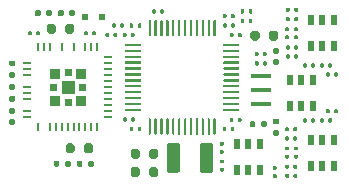
<source format=gbr>
%TF.GenerationSoftware,KiCad,Pcbnew,(5.1.6)-1*%
%TF.CreationDate,2020-10-08T19:10:47-07:00*%
%TF.ProjectId,SinESC-Multi-2.3B,53696e45-5343-42d4-9d75-6c74692d322e,2.3B*%
%TF.SameCoordinates,Original*%
%TF.FileFunction,Paste,Top*%
%TF.FilePolarity,Positive*%
%FSLAX46Y46*%
G04 Gerber Fmt 4.6, Leading zero omitted, Abs format (unit mm)*
G04 Created by KiCad (PCBNEW (5.1.6)-1) date 2020-10-08 19:10:47*
%MOMM*%
%LPD*%
G01*
G04 APERTURE LIST*
%ADD10C,0.100000*%
%ADD11R,0.498000X0.598000*%
%ADD12R,0.548000X0.958000*%
%ADD13R,0.660000X0.152000*%
%ADD14R,0.152000X0.660000*%
%ADD15R,1.798000X0.298000*%
G04 APERTURE END LIST*
D10*
%TO.C,U4*%
G36*
X20750000Y-22750000D02*
G01*
X20750000Y-23500000D01*
X20000000Y-23500000D01*
X20000000Y-22750000D01*
X20750000Y-22750000D01*
G37*
X20750000Y-22750000D02*
X20750000Y-23500000D01*
X20000000Y-23500000D01*
X20000000Y-22750000D01*
X20750000Y-22750000D01*
G36*
X20750000Y-20500000D02*
G01*
X20750000Y-21250000D01*
X20000000Y-21250000D01*
X20000000Y-20500000D01*
X20750000Y-20500000D01*
G37*
X20750000Y-20500000D02*
X20750000Y-21250000D01*
X20000000Y-21250000D01*
X20000000Y-20500000D01*
X20750000Y-20500000D01*
G36*
X23000000Y-22750000D02*
G01*
X23000000Y-23500000D01*
X22250000Y-23500000D01*
X22250000Y-22750000D01*
X23000000Y-22750000D01*
G37*
X23000000Y-22750000D02*
X23000000Y-23500000D01*
X22250000Y-23500000D01*
X22250000Y-22750000D01*
X23000000Y-22750000D01*
G36*
X23000000Y-20500000D02*
G01*
X23000000Y-21250000D01*
X22250000Y-21250000D01*
X22250000Y-20500000D01*
X23000000Y-20500000D01*
G37*
X23000000Y-20500000D02*
X23000000Y-21250000D01*
X22250000Y-21250000D01*
X22250000Y-20500000D01*
X23000000Y-20500000D01*
G36*
X22000000Y-21500000D02*
G01*
X22000000Y-22500000D01*
X21000000Y-22500000D01*
X21000000Y-21500000D01*
X22000000Y-21500000D01*
G37*
X22000000Y-21500000D02*
X22000000Y-22500000D01*
X21000000Y-22500000D01*
X21000000Y-21500000D01*
X22000000Y-21500000D01*
G36*
X21750000Y-23000000D02*
G01*
X21750000Y-23500000D01*
X21250000Y-23500000D01*
X21250000Y-23000000D01*
X21750000Y-23000000D01*
G37*
X21750000Y-23000000D02*
X21750000Y-23500000D01*
X21250000Y-23500000D01*
X21250000Y-23000000D01*
X21750000Y-23000000D01*
G36*
X21750000Y-20500000D02*
G01*
X21750000Y-21000000D01*
X21250000Y-21000000D01*
X21250000Y-20500000D01*
X21750000Y-20500000D01*
G37*
X21750000Y-20500000D02*
X21750000Y-21000000D01*
X21250000Y-21000000D01*
X21250000Y-20500000D01*
X21750000Y-20500000D01*
G36*
X20500000Y-21750000D02*
G01*
X20500000Y-22250000D01*
X20000000Y-22250000D01*
X20000000Y-21750000D01*
X20500000Y-21750000D01*
G37*
X20500000Y-21750000D02*
X20500000Y-22250000D01*
X20000000Y-22250000D01*
X20000000Y-21750000D01*
X20500000Y-21750000D01*
G36*
X23000000Y-21750000D02*
G01*
X23000000Y-22250000D01*
X22500000Y-22250000D01*
X22500000Y-21750000D01*
X23000000Y-21750000D01*
G37*
X23000000Y-21750000D02*
X23000000Y-22250000D01*
X22500000Y-22250000D01*
X22500000Y-21750000D01*
X23000000Y-21750000D01*
%TD*%
%TO.C,R24*%
G36*
G01*
X39150500Y-29014000D02*
X38949500Y-29014000D01*
G75*
G02*
X38870000Y-28934500I0J79500D01*
G01*
X38870000Y-28775500D01*
G75*
G02*
X38949500Y-28696000I79500J0D01*
G01*
X39150500Y-28696000D01*
G75*
G02*
X39230000Y-28775500I0J-79500D01*
G01*
X39230000Y-28934500D01*
G75*
G02*
X39150500Y-29014000I-79500J0D01*
G01*
G37*
G36*
G01*
X39150500Y-29704000D02*
X38949500Y-29704000D01*
G75*
G02*
X38870000Y-29624500I0J79500D01*
G01*
X38870000Y-29465500D01*
G75*
G02*
X38949500Y-29386000I79500J0D01*
G01*
X39150500Y-29386000D01*
G75*
G02*
X39230000Y-29465500I0J-79500D01*
G01*
X39230000Y-29624500D01*
G75*
G02*
X39150500Y-29704000I-79500J0D01*
G01*
G37*
%TD*%
%TO.C,L1*%
G36*
G01*
X31024000Y-26955600D02*
X31024000Y-29044400D01*
G75*
G02*
X30794400Y-29274000I-229600J0D01*
G01*
X30105600Y-29274000D01*
G75*
G02*
X29876000Y-29044400I0J229600D01*
G01*
X29876000Y-26955600D01*
G75*
G02*
X30105600Y-26726000I229600J0D01*
G01*
X30794400Y-26726000D01*
G75*
G02*
X31024000Y-26955600I0J-229600D01*
G01*
G37*
G36*
G01*
X33824000Y-26955600D02*
X33824000Y-29044400D01*
G75*
G02*
X33594400Y-29274000I-229600J0D01*
G01*
X32905600Y-29274000D01*
G75*
G02*
X32676000Y-29044400I0J229600D01*
G01*
X32676000Y-26955600D01*
G75*
G02*
X32905600Y-26726000I229600J0D01*
G01*
X33594400Y-26726000D01*
G75*
G02*
X33824000Y-26955600I0J-229600D01*
G01*
G37*
%TD*%
%TO.C,U1*%
G36*
G01*
X34049000Y-24713000D02*
X34049000Y-25987000D01*
G75*
G02*
X33999500Y-26036500I-49500J0D01*
G01*
X33900500Y-26036500D01*
G75*
G02*
X33851000Y-25987000I0J49500D01*
G01*
X33851000Y-24713000D01*
G75*
G02*
X33900500Y-24663500I49500J0D01*
G01*
X33999500Y-24663500D01*
G75*
G02*
X34049000Y-24713000I0J-49500D01*
G01*
G37*
G36*
G01*
X33549000Y-24713000D02*
X33549000Y-25987000D01*
G75*
G02*
X33499500Y-26036500I-49500J0D01*
G01*
X33400500Y-26036500D01*
G75*
G02*
X33351000Y-25987000I0J49500D01*
G01*
X33351000Y-24713000D01*
G75*
G02*
X33400500Y-24663500I49500J0D01*
G01*
X33499500Y-24663500D01*
G75*
G02*
X33549000Y-24713000I0J-49500D01*
G01*
G37*
G36*
G01*
X33049000Y-24713000D02*
X33049000Y-25987000D01*
G75*
G02*
X32999500Y-26036500I-49500J0D01*
G01*
X32900500Y-26036500D01*
G75*
G02*
X32851000Y-25987000I0J49500D01*
G01*
X32851000Y-24713000D01*
G75*
G02*
X32900500Y-24663500I49500J0D01*
G01*
X32999500Y-24663500D01*
G75*
G02*
X33049000Y-24713000I0J-49500D01*
G01*
G37*
G36*
G01*
X32549000Y-24713000D02*
X32549000Y-25987000D01*
G75*
G02*
X32499500Y-26036500I-49500J0D01*
G01*
X32400500Y-26036500D01*
G75*
G02*
X32351000Y-25987000I0J49500D01*
G01*
X32351000Y-24713000D01*
G75*
G02*
X32400500Y-24663500I49500J0D01*
G01*
X32499500Y-24663500D01*
G75*
G02*
X32549000Y-24713000I0J-49500D01*
G01*
G37*
G36*
G01*
X32049000Y-24713000D02*
X32049000Y-25987000D01*
G75*
G02*
X31999500Y-26036500I-49500J0D01*
G01*
X31900500Y-26036500D01*
G75*
G02*
X31851000Y-25987000I0J49500D01*
G01*
X31851000Y-24713000D01*
G75*
G02*
X31900500Y-24663500I49500J0D01*
G01*
X31999500Y-24663500D01*
G75*
G02*
X32049000Y-24713000I0J-49500D01*
G01*
G37*
G36*
G01*
X31549000Y-24713000D02*
X31549000Y-25987000D01*
G75*
G02*
X31499500Y-26036500I-49500J0D01*
G01*
X31400500Y-26036500D01*
G75*
G02*
X31351000Y-25987000I0J49500D01*
G01*
X31351000Y-24713000D01*
G75*
G02*
X31400500Y-24663500I49500J0D01*
G01*
X31499500Y-24663500D01*
G75*
G02*
X31549000Y-24713000I0J-49500D01*
G01*
G37*
G36*
G01*
X31049000Y-24713000D02*
X31049000Y-25987000D01*
G75*
G02*
X30999500Y-26036500I-49500J0D01*
G01*
X30900500Y-26036500D01*
G75*
G02*
X30851000Y-25987000I0J49500D01*
G01*
X30851000Y-24713000D01*
G75*
G02*
X30900500Y-24663500I49500J0D01*
G01*
X30999500Y-24663500D01*
G75*
G02*
X31049000Y-24713000I0J-49500D01*
G01*
G37*
G36*
G01*
X30549000Y-24713000D02*
X30549000Y-25987000D01*
G75*
G02*
X30499500Y-26036500I-49500J0D01*
G01*
X30400500Y-26036500D01*
G75*
G02*
X30351000Y-25987000I0J49500D01*
G01*
X30351000Y-24713000D01*
G75*
G02*
X30400500Y-24663500I49500J0D01*
G01*
X30499500Y-24663500D01*
G75*
G02*
X30549000Y-24713000I0J-49500D01*
G01*
G37*
G36*
G01*
X30049000Y-24713000D02*
X30049000Y-25987000D01*
G75*
G02*
X29999500Y-26036500I-49500J0D01*
G01*
X29900500Y-26036500D01*
G75*
G02*
X29851000Y-25987000I0J49500D01*
G01*
X29851000Y-24713000D01*
G75*
G02*
X29900500Y-24663500I49500J0D01*
G01*
X29999500Y-24663500D01*
G75*
G02*
X30049000Y-24713000I0J-49500D01*
G01*
G37*
G36*
G01*
X29549000Y-24713000D02*
X29549000Y-25987000D01*
G75*
G02*
X29499500Y-26036500I-49500J0D01*
G01*
X29400500Y-26036500D01*
G75*
G02*
X29351000Y-25987000I0J49500D01*
G01*
X29351000Y-24713000D01*
G75*
G02*
X29400500Y-24663500I49500J0D01*
G01*
X29499500Y-24663500D01*
G75*
G02*
X29549000Y-24713000I0J-49500D01*
G01*
G37*
G36*
G01*
X29049000Y-24713000D02*
X29049000Y-25987000D01*
G75*
G02*
X28999500Y-26036500I-49500J0D01*
G01*
X28900500Y-26036500D01*
G75*
G02*
X28851000Y-25987000I0J49500D01*
G01*
X28851000Y-24713000D01*
G75*
G02*
X28900500Y-24663500I49500J0D01*
G01*
X28999500Y-24663500D01*
G75*
G02*
X29049000Y-24713000I0J-49500D01*
G01*
G37*
G36*
G01*
X28549000Y-24713000D02*
X28549000Y-25987000D01*
G75*
G02*
X28499500Y-26036500I-49500J0D01*
G01*
X28400500Y-26036500D01*
G75*
G02*
X28351000Y-25987000I0J49500D01*
G01*
X28351000Y-24713000D01*
G75*
G02*
X28400500Y-24663500I49500J0D01*
G01*
X28499500Y-24663500D01*
G75*
G02*
X28549000Y-24713000I0J-49500D01*
G01*
G37*
G36*
G01*
X27724000Y-23888000D02*
X27724000Y-23987000D01*
G75*
G02*
X27674500Y-24036500I-49500J0D01*
G01*
X26400500Y-24036500D01*
G75*
G02*
X26351000Y-23987000I0J49500D01*
G01*
X26351000Y-23888000D01*
G75*
G02*
X26400500Y-23838500I49500J0D01*
G01*
X27674500Y-23838500D01*
G75*
G02*
X27724000Y-23888000I0J-49500D01*
G01*
G37*
G36*
G01*
X27724000Y-23388000D02*
X27724000Y-23487000D01*
G75*
G02*
X27674500Y-23536500I-49500J0D01*
G01*
X26400500Y-23536500D01*
G75*
G02*
X26351000Y-23487000I0J49500D01*
G01*
X26351000Y-23388000D01*
G75*
G02*
X26400500Y-23338500I49500J0D01*
G01*
X27674500Y-23338500D01*
G75*
G02*
X27724000Y-23388000I0J-49500D01*
G01*
G37*
G36*
G01*
X27724000Y-22888000D02*
X27724000Y-22987000D01*
G75*
G02*
X27674500Y-23036500I-49500J0D01*
G01*
X26400500Y-23036500D01*
G75*
G02*
X26351000Y-22987000I0J49500D01*
G01*
X26351000Y-22888000D01*
G75*
G02*
X26400500Y-22838500I49500J0D01*
G01*
X27674500Y-22838500D01*
G75*
G02*
X27724000Y-22888000I0J-49500D01*
G01*
G37*
G36*
G01*
X27724000Y-22388000D02*
X27724000Y-22487000D01*
G75*
G02*
X27674500Y-22536500I-49500J0D01*
G01*
X26400500Y-22536500D01*
G75*
G02*
X26351000Y-22487000I0J49500D01*
G01*
X26351000Y-22388000D01*
G75*
G02*
X26400500Y-22338500I49500J0D01*
G01*
X27674500Y-22338500D01*
G75*
G02*
X27724000Y-22388000I0J-49500D01*
G01*
G37*
G36*
G01*
X27724000Y-21888000D02*
X27724000Y-21987000D01*
G75*
G02*
X27674500Y-22036500I-49500J0D01*
G01*
X26400500Y-22036500D01*
G75*
G02*
X26351000Y-21987000I0J49500D01*
G01*
X26351000Y-21888000D01*
G75*
G02*
X26400500Y-21838500I49500J0D01*
G01*
X27674500Y-21838500D01*
G75*
G02*
X27724000Y-21888000I0J-49500D01*
G01*
G37*
G36*
G01*
X27724000Y-21388000D02*
X27724000Y-21487000D01*
G75*
G02*
X27674500Y-21536500I-49500J0D01*
G01*
X26400500Y-21536500D01*
G75*
G02*
X26351000Y-21487000I0J49500D01*
G01*
X26351000Y-21388000D01*
G75*
G02*
X26400500Y-21338500I49500J0D01*
G01*
X27674500Y-21338500D01*
G75*
G02*
X27724000Y-21388000I0J-49500D01*
G01*
G37*
G36*
G01*
X27724000Y-20888000D02*
X27724000Y-20987000D01*
G75*
G02*
X27674500Y-21036500I-49500J0D01*
G01*
X26400500Y-21036500D01*
G75*
G02*
X26351000Y-20987000I0J49500D01*
G01*
X26351000Y-20888000D01*
G75*
G02*
X26400500Y-20838500I49500J0D01*
G01*
X27674500Y-20838500D01*
G75*
G02*
X27724000Y-20888000I0J-49500D01*
G01*
G37*
G36*
G01*
X27724000Y-20388000D02*
X27724000Y-20487000D01*
G75*
G02*
X27674500Y-20536500I-49500J0D01*
G01*
X26400500Y-20536500D01*
G75*
G02*
X26351000Y-20487000I0J49500D01*
G01*
X26351000Y-20388000D01*
G75*
G02*
X26400500Y-20338500I49500J0D01*
G01*
X27674500Y-20338500D01*
G75*
G02*
X27724000Y-20388000I0J-49500D01*
G01*
G37*
G36*
G01*
X27724000Y-19888000D02*
X27724000Y-19987000D01*
G75*
G02*
X27674500Y-20036500I-49500J0D01*
G01*
X26400500Y-20036500D01*
G75*
G02*
X26351000Y-19987000I0J49500D01*
G01*
X26351000Y-19888000D01*
G75*
G02*
X26400500Y-19838500I49500J0D01*
G01*
X27674500Y-19838500D01*
G75*
G02*
X27724000Y-19888000I0J-49500D01*
G01*
G37*
G36*
G01*
X27724000Y-19388000D02*
X27724000Y-19487000D01*
G75*
G02*
X27674500Y-19536500I-49500J0D01*
G01*
X26400500Y-19536500D01*
G75*
G02*
X26351000Y-19487000I0J49500D01*
G01*
X26351000Y-19388000D01*
G75*
G02*
X26400500Y-19338500I49500J0D01*
G01*
X27674500Y-19338500D01*
G75*
G02*
X27724000Y-19388000I0J-49500D01*
G01*
G37*
G36*
G01*
X27724000Y-18888000D02*
X27724000Y-18987000D01*
G75*
G02*
X27674500Y-19036500I-49500J0D01*
G01*
X26400500Y-19036500D01*
G75*
G02*
X26351000Y-18987000I0J49500D01*
G01*
X26351000Y-18888000D01*
G75*
G02*
X26400500Y-18838500I49500J0D01*
G01*
X27674500Y-18838500D01*
G75*
G02*
X27724000Y-18888000I0J-49500D01*
G01*
G37*
G36*
G01*
X27724000Y-18388000D02*
X27724000Y-18487000D01*
G75*
G02*
X27674500Y-18536500I-49500J0D01*
G01*
X26400500Y-18536500D01*
G75*
G02*
X26351000Y-18487000I0J49500D01*
G01*
X26351000Y-18388000D01*
G75*
G02*
X26400500Y-18338500I49500J0D01*
G01*
X27674500Y-18338500D01*
G75*
G02*
X27724000Y-18388000I0J-49500D01*
G01*
G37*
G36*
G01*
X28549000Y-16388000D02*
X28549000Y-17662000D01*
G75*
G02*
X28499500Y-17711500I-49500J0D01*
G01*
X28400500Y-17711500D01*
G75*
G02*
X28351000Y-17662000I0J49500D01*
G01*
X28351000Y-16388000D01*
G75*
G02*
X28400500Y-16338500I49500J0D01*
G01*
X28499500Y-16338500D01*
G75*
G02*
X28549000Y-16388000I0J-49500D01*
G01*
G37*
G36*
G01*
X29049000Y-16388000D02*
X29049000Y-17662000D01*
G75*
G02*
X28999500Y-17711500I-49500J0D01*
G01*
X28900500Y-17711500D01*
G75*
G02*
X28851000Y-17662000I0J49500D01*
G01*
X28851000Y-16388000D01*
G75*
G02*
X28900500Y-16338500I49500J0D01*
G01*
X28999500Y-16338500D01*
G75*
G02*
X29049000Y-16388000I0J-49500D01*
G01*
G37*
G36*
G01*
X29549000Y-16388000D02*
X29549000Y-17662000D01*
G75*
G02*
X29499500Y-17711500I-49500J0D01*
G01*
X29400500Y-17711500D01*
G75*
G02*
X29351000Y-17662000I0J49500D01*
G01*
X29351000Y-16388000D01*
G75*
G02*
X29400500Y-16338500I49500J0D01*
G01*
X29499500Y-16338500D01*
G75*
G02*
X29549000Y-16388000I0J-49500D01*
G01*
G37*
G36*
G01*
X30049000Y-16388000D02*
X30049000Y-17662000D01*
G75*
G02*
X29999500Y-17711500I-49500J0D01*
G01*
X29900500Y-17711500D01*
G75*
G02*
X29851000Y-17662000I0J49500D01*
G01*
X29851000Y-16388000D01*
G75*
G02*
X29900500Y-16338500I49500J0D01*
G01*
X29999500Y-16338500D01*
G75*
G02*
X30049000Y-16388000I0J-49500D01*
G01*
G37*
G36*
G01*
X30549000Y-16388000D02*
X30549000Y-17662000D01*
G75*
G02*
X30499500Y-17711500I-49500J0D01*
G01*
X30400500Y-17711500D01*
G75*
G02*
X30351000Y-17662000I0J49500D01*
G01*
X30351000Y-16388000D01*
G75*
G02*
X30400500Y-16338500I49500J0D01*
G01*
X30499500Y-16338500D01*
G75*
G02*
X30549000Y-16388000I0J-49500D01*
G01*
G37*
G36*
G01*
X31049000Y-16388000D02*
X31049000Y-17662000D01*
G75*
G02*
X30999500Y-17711500I-49500J0D01*
G01*
X30900500Y-17711500D01*
G75*
G02*
X30851000Y-17662000I0J49500D01*
G01*
X30851000Y-16388000D01*
G75*
G02*
X30900500Y-16338500I49500J0D01*
G01*
X30999500Y-16338500D01*
G75*
G02*
X31049000Y-16388000I0J-49500D01*
G01*
G37*
G36*
G01*
X31549000Y-16388000D02*
X31549000Y-17662000D01*
G75*
G02*
X31499500Y-17711500I-49500J0D01*
G01*
X31400500Y-17711500D01*
G75*
G02*
X31351000Y-17662000I0J49500D01*
G01*
X31351000Y-16388000D01*
G75*
G02*
X31400500Y-16338500I49500J0D01*
G01*
X31499500Y-16338500D01*
G75*
G02*
X31549000Y-16388000I0J-49500D01*
G01*
G37*
G36*
G01*
X32049000Y-16388000D02*
X32049000Y-17662000D01*
G75*
G02*
X31999500Y-17711500I-49500J0D01*
G01*
X31900500Y-17711500D01*
G75*
G02*
X31851000Y-17662000I0J49500D01*
G01*
X31851000Y-16388000D01*
G75*
G02*
X31900500Y-16338500I49500J0D01*
G01*
X31999500Y-16338500D01*
G75*
G02*
X32049000Y-16388000I0J-49500D01*
G01*
G37*
G36*
G01*
X32549000Y-16388000D02*
X32549000Y-17662000D01*
G75*
G02*
X32499500Y-17711500I-49500J0D01*
G01*
X32400500Y-17711500D01*
G75*
G02*
X32351000Y-17662000I0J49500D01*
G01*
X32351000Y-16388000D01*
G75*
G02*
X32400500Y-16338500I49500J0D01*
G01*
X32499500Y-16338500D01*
G75*
G02*
X32549000Y-16388000I0J-49500D01*
G01*
G37*
G36*
G01*
X33049000Y-16388000D02*
X33049000Y-17662000D01*
G75*
G02*
X32999500Y-17711500I-49500J0D01*
G01*
X32900500Y-17711500D01*
G75*
G02*
X32851000Y-17662000I0J49500D01*
G01*
X32851000Y-16388000D01*
G75*
G02*
X32900500Y-16338500I49500J0D01*
G01*
X32999500Y-16338500D01*
G75*
G02*
X33049000Y-16388000I0J-49500D01*
G01*
G37*
G36*
G01*
X33549000Y-16388000D02*
X33549000Y-17662000D01*
G75*
G02*
X33499500Y-17711500I-49500J0D01*
G01*
X33400500Y-17711500D01*
G75*
G02*
X33351000Y-17662000I0J49500D01*
G01*
X33351000Y-16388000D01*
G75*
G02*
X33400500Y-16338500I49500J0D01*
G01*
X33499500Y-16338500D01*
G75*
G02*
X33549000Y-16388000I0J-49500D01*
G01*
G37*
G36*
G01*
X34049000Y-16388000D02*
X34049000Y-17662000D01*
G75*
G02*
X33999500Y-17711500I-49500J0D01*
G01*
X33900500Y-17711500D01*
G75*
G02*
X33851000Y-17662000I0J49500D01*
G01*
X33851000Y-16388000D01*
G75*
G02*
X33900500Y-16338500I49500J0D01*
G01*
X33999500Y-16338500D01*
G75*
G02*
X34049000Y-16388000I0J-49500D01*
G01*
G37*
G36*
G01*
X36049000Y-18388000D02*
X36049000Y-18487000D01*
G75*
G02*
X35999500Y-18536500I-49500J0D01*
G01*
X34725500Y-18536500D01*
G75*
G02*
X34676000Y-18487000I0J49500D01*
G01*
X34676000Y-18388000D01*
G75*
G02*
X34725500Y-18338500I49500J0D01*
G01*
X35999500Y-18338500D01*
G75*
G02*
X36049000Y-18388000I0J-49500D01*
G01*
G37*
G36*
G01*
X36049000Y-18888000D02*
X36049000Y-18987000D01*
G75*
G02*
X35999500Y-19036500I-49500J0D01*
G01*
X34725500Y-19036500D01*
G75*
G02*
X34676000Y-18987000I0J49500D01*
G01*
X34676000Y-18888000D01*
G75*
G02*
X34725500Y-18838500I49500J0D01*
G01*
X35999500Y-18838500D01*
G75*
G02*
X36049000Y-18888000I0J-49500D01*
G01*
G37*
G36*
G01*
X36049000Y-19388000D02*
X36049000Y-19487000D01*
G75*
G02*
X35999500Y-19536500I-49500J0D01*
G01*
X34725500Y-19536500D01*
G75*
G02*
X34676000Y-19487000I0J49500D01*
G01*
X34676000Y-19388000D01*
G75*
G02*
X34725500Y-19338500I49500J0D01*
G01*
X35999500Y-19338500D01*
G75*
G02*
X36049000Y-19388000I0J-49500D01*
G01*
G37*
G36*
G01*
X36049000Y-19888000D02*
X36049000Y-19987000D01*
G75*
G02*
X35999500Y-20036500I-49500J0D01*
G01*
X34725500Y-20036500D01*
G75*
G02*
X34676000Y-19987000I0J49500D01*
G01*
X34676000Y-19888000D01*
G75*
G02*
X34725500Y-19838500I49500J0D01*
G01*
X35999500Y-19838500D01*
G75*
G02*
X36049000Y-19888000I0J-49500D01*
G01*
G37*
G36*
G01*
X36049000Y-20388000D02*
X36049000Y-20487000D01*
G75*
G02*
X35999500Y-20536500I-49500J0D01*
G01*
X34725500Y-20536500D01*
G75*
G02*
X34676000Y-20487000I0J49500D01*
G01*
X34676000Y-20388000D01*
G75*
G02*
X34725500Y-20338500I49500J0D01*
G01*
X35999500Y-20338500D01*
G75*
G02*
X36049000Y-20388000I0J-49500D01*
G01*
G37*
G36*
G01*
X36049000Y-20888000D02*
X36049000Y-20987000D01*
G75*
G02*
X35999500Y-21036500I-49500J0D01*
G01*
X34725500Y-21036500D01*
G75*
G02*
X34676000Y-20987000I0J49500D01*
G01*
X34676000Y-20888000D01*
G75*
G02*
X34725500Y-20838500I49500J0D01*
G01*
X35999500Y-20838500D01*
G75*
G02*
X36049000Y-20888000I0J-49500D01*
G01*
G37*
G36*
G01*
X36049000Y-21388000D02*
X36049000Y-21487000D01*
G75*
G02*
X35999500Y-21536500I-49500J0D01*
G01*
X34725500Y-21536500D01*
G75*
G02*
X34676000Y-21487000I0J49500D01*
G01*
X34676000Y-21388000D01*
G75*
G02*
X34725500Y-21338500I49500J0D01*
G01*
X35999500Y-21338500D01*
G75*
G02*
X36049000Y-21388000I0J-49500D01*
G01*
G37*
G36*
G01*
X36049000Y-21888000D02*
X36049000Y-21987000D01*
G75*
G02*
X35999500Y-22036500I-49500J0D01*
G01*
X34725500Y-22036500D01*
G75*
G02*
X34676000Y-21987000I0J49500D01*
G01*
X34676000Y-21888000D01*
G75*
G02*
X34725500Y-21838500I49500J0D01*
G01*
X35999500Y-21838500D01*
G75*
G02*
X36049000Y-21888000I0J-49500D01*
G01*
G37*
G36*
G01*
X36049000Y-22388000D02*
X36049000Y-22487000D01*
G75*
G02*
X35999500Y-22536500I-49500J0D01*
G01*
X34725500Y-22536500D01*
G75*
G02*
X34676000Y-22487000I0J49500D01*
G01*
X34676000Y-22388000D01*
G75*
G02*
X34725500Y-22338500I49500J0D01*
G01*
X35999500Y-22338500D01*
G75*
G02*
X36049000Y-22388000I0J-49500D01*
G01*
G37*
G36*
G01*
X36049000Y-22888000D02*
X36049000Y-22987000D01*
G75*
G02*
X35999500Y-23036500I-49500J0D01*
G01*
X34725500Y-23036500D01*
G75*
G02*
X34676000Y-22987000I0J49500D01*
G01*
X34676000Y-22888000D01*
G75*
G02*
X34725500Y-22838500I49500J0D01*
G01*
X35999500Y-22838500D01*
G75*
G02*
X36049000Y-22888000I0J-49500D01*
G01*
G37*
G36*
G01*
X36049000Y-23388000D02*
X36049000Y-23487000D01*
G75*
G02*
X35999500Y-23536500I-49500J0D01*
G01*
X34725500Y-23536500D01*
G75*
G02*
X34676000Y-23487000I0J49500D01*
G01*
X34676000Y-23388000D01*
G75*
G02*
X34725500Y-23338500I49500J0D01*
G01*
X35999500Y-23338500D01*
G75*
G02*
X36049000Y-23388000I0J-49500D01*
G01*
G37*
G36*
G01*
X36049000Y-23888000D02*
X36049000Y-23987000D01*
G75*
G02*
X35999500Y-24036500I-49500J0D01*
G01*
X34725500Y-24036500D01*
G75*
G02*
X34676000Y-23987000I0J49500D01*
G01*
X34676000Y-23888000D01*
G75*
G02*
X34725500Y-23838500I49500J0D01*
G01*
X35999500Y-23838500D01*
G75*
G02*
X36049000Y-23888000I0J-49500D01*
G01*
G37*
%TD*%
%TO.C,R10*%
G36*
G01*
X41744000Y-24724500D02*
X41744000Y-24925500D01*
G75*
G02*
X41664500Y-25005000I-79500J0D01*
G01*
X41505500Y-25005000D01*
G75*
G02*
X41426000Y-24925500I0J79500D01*
G01*
X41426000Y-24724500D01*
G75*
G02*
X41505500Y-24645000I79500J0D01*
G01*
X41664500Y-24645000D01*
G75*
G02*
X41744000Y-24724500I0J-79500D01*
G01*
G37*
G36*
G01*
X42434000Y-24724500D02*
X42434000Y-24925500D01*
G75*
G02*
X42354500Y-25005000I-79500J0D01*
G01*
X42195500Y-25005000D01*
G75*
G02*
X42116000Y-24925500I0J79500D01*
G01*
X42116000Y-24724500D01*
G75*
G02*
X42195500Y-24645000I79500J0D01*
G01*
X42354500Y-24645000D01*
G75*
G02*
X42434000Y-24724500I0J-79500D01*
G01*
G37*
%TD*%
%TO.C,C6*%
G36*
G01*
X35564000Y-17499500D02*
X35564000Y-17700500D01*
G75*
G02*
X35484500Y-17780000I-79500J0D01*
G01*
X35325500Y-17780000D01*
G75*
G02*
X35246000Y-17700500I0J79500D01*
G01*
X35246000Y-17499500D01*
G75*
G02*
X35325500Y-17420000I79500J0D01*
G01*
X35484500Y-17420000D01*
G75*
G02*
X35564000Y-17499500I0J-79500D01*
G01*
G37*
G36*
G01*
X36254000Y-17499500D02*
X36254000Y-17700500D01*
G75*
G02*
X36174500Y-17780000I-79500J0D01*
G01*
X36015500Y-17780000D01*
G75*
G02*
X35936000Y-17700500I0J79500D01*
G01*
X35936000Y-17499500D01*
G75*
G02*
X36015500Y-17420000I79500J0D01*
G01*
X36174500Y-17420000D01*
G75*
G02*
X36254000Y-17499500I0J-79500D01*
G01*
G37*
%TD*%
%TO.C,C21*%
G36*
G01*
X20499000Y-16819250D02*
X20499000Y-17280750D01*
G75*
G02*
X20305750Y-17474000I-193250J0D01*
G01*
X19919250Y-17474000D01*
G75*
G02*
X19726000Y-17280750I0J193250D01*
G01*
X19726000Y-16819250D01*
G75*
G02*
X19919250Y-16626000I193250J0D01*
G01*
X20305750Y-16626000D01*
G75*
G02*
X20499000Y-16819250I0J-193250D01*
G01*
G37*
G36*
G01*
X22074000Y-16819250D02*
X22074000Y-17280750D01*
G75*
G02*
X21880750Y-17474000I-193250J0D01*
G01*
X21494250Y-17474000D01*
G75*
G02*
X21301000Y-17280750I0J193250D01*
G01*
X21301000Y-16819250D01*
G75*
G02*
X21494250Y-16626000I193250J0D01*
G01*
X21880750Y-16626000D01*
G75*
G02*
X22074000Y-16819250I0J-193250D01*
G01*
G37*
%TD*%
%TO.C,C20*%
G36*
G01*
X18464000Y-17349500D02*
X18464000Y-17550500D01*
G75*
G02*
X18384500Y-17630000I-79500J0D01*
G01*
X18225500Y-17630000D01*
G75*
G02*
X18146000Y-17550500I0J79500D01*
G01*
X18146000Y-17349500D01*
G75*
G02*
X18225500Y-17270000I79500J0D01*
G01*
X18384500Y-17270000D01*
G75*
G02*
X18464000Y-17349500I0J-79500D01*
G01*
G37*
G36*
G01*
X19154000Y-17349500D02*
X19154000Y-17550500D01*
G75*
G02*
X19074500Y-17630000I-79500J0D01*
G01*
X18915500Y-17630000D01*
G75*
G02*
X18836000Y-17550500I0J79500D01*
G01*
X18836000Y-17349500D01*
G75*
G02*
X18915500Y-17270000I79500J0D01*
G01*
X19074500Y-17270000D01*
G75*
G02*
X19154000Y-17349500I0J-79500D01*
G01*
G37*
%TD*%
%TO.C,C22*%
G36*
G01*
X22901000Y-27430750D02*
X22901000Y-26969250D01*
G75*
G02*
X23094250Y-26776000I193250J0D01*
G01*
X23480750Y-26776000D01*
G75*
G02*
X23674000Y-26969250I0J-193250D01*
G01*
X23674000Y-27430750D01*
G75*
G02*
X23480750Y-27624000I-193250J0D01*
G01*
X23094250Y-27624000D01*
G75*
G02*
X22901000Y-27430750I0J193250D01*
G01*
G37*
G36*
G01*
X21326000Y-27430750D02*
X21326000Y-26969250D01*
G75*
G02*
X21519250Y-26776000I193250J0D01*
G01*
X21905750Y-26776000D01*
G75*
G02*
X22099000Y-26969250I0J-193250D01*
G01*
X22099000Y-27430750D01*
G75*
G02*
X21905750Y-27624000I-193250J0D01*
G01*
X21519250Y-27624000D01*
G75*
G02*
X21326000Y-27430750I0J193250D01*
G01*
G37*
%TD*%
%TO.C,C19*%
G36*
G01*
X20809000Y-28353000D02*
X20809000Y-28647000D01*
G75*
G02*
X20687000Y-28769000I-122000J0D01*
G01*
X20443000Y-28769000D01*
G75*
G02*
X20321000Y-28647000I0J122000D01*
G01*
X20321000Y-28353000D01*
G75*
G02*
X20443000Y-28231000I122000J0D01*
G01*
X20687000Y-28231000D01*
G75*
G02*
X20809000Y-28353000I0J-122000D01*
G01*
G37*
G36*
G01*
X21779000Y-28353000D02*
X21779000Y-28647000D01*
G75*
G02*
X21657000Y-28769000I-122000J0D01*
G01*
X21413000Y-28769000D01*
G75*
G02*
X21291000Y-28647000I0J122000D01*
G01*
X21291000Y-28353000D01*
G75*
G02*
X21413000Y-28231000I122000J0D01*
G01*
X21657000Y-28231000D01*
G75*
G02*
X21779000Y-28353000I0J-122000D01*
G01*
G37*
%TD*%
%TO.C,C17*%
G36*
G01*
X23214000Y-17349500D02*
X23214000Y-17550500D01*
G75*
G02*
X23134500Y-17630000I-79500J0D01*
G01*
X22975500Y-17630000D01*
G75*
G02*
X22896000Y-17550500I0J79500D01*
G01*
X22896000Y-17349500D01*
G75*
G02*
X22975500Y-17270000I79500J0D01*
G01*
X23134500Y-17270000D01*
G75*
G02*
X23214000Y-17349500I0J-79500D01*
G01*
G37*
G36*
G01*
X23904000Y-17349500D02*
X23904000Y-17550500D01*
G75*
G02*
X23824500Y-17630000I-79500J0D01*
G01*
X23665500Y-17630000D01*
G75*
G02*
X23586000Y-17550500I0J79500D01*
G01*
X23586000Y-17349500D01*
G75*
G02*
X23665500Y-17270000I79500J0D01*
G01*
X23824500Y-17270000D01*
G75*
G02*
X23904000Y-17349500I0J-79500D01*
G01*
G37*
%TD*%
%TO.C,C1*%
G36*
G01*
X35916000Y-24900500D02*
X35916000Y-24699500D01*
G75*
G02*
X35995500Y-24620000I79500J0D01*
G01*
X36154500Y-24620000D01*
G75*
G02*
X36234000Y-24699500I0J-79500D01*
G01*
X36234000Y-24900500D01*
G75*
G02*
X36154500Y-24980000I-79500J0D01*
G01*
X35995500Y-24980000D01*
G75*
G02*
X35916000Y-24900500I0J79500D01*
G01*
G37*
G36*
G01*
X35226000Y-24900500D02*
X35226000Y-24699500D01*
G75*
G02*
X35305500Y-24620000I79500J0D01*
G01*
X35464500Y-24620000D01*
G75*
G02*
X35544000Y-24699500I0J-79500D01*
G01*
X35544000Y-24900500D01*
G75*
G02*
X35464500Y-24980000I-79500J0D01*
G01*
X35305500Y-24980000D01*
G75*
G02*
X35226000Y-24900500I0J79500D01*
G01*
G37*
%TD*%
%TO.C,C2*%
G36*
G01*
X38036000Y-20100500D02*
X38036000Y-19899500D01*
G75*
G02*
X38115500Y-19820000I79500J0D01*
G01*
X38274500Y-19820000D01*
G75*
G02*
X38354000Y-19899500I0J-79500D01*
G01*
X38354000Y-20100500D01*
G75*
G02*
X38274500Y-20180000I-79500J0D01*
G01*
X38115500Y-20180000D01*
G75*
G02*
X38036000Y-20100500I0J79500D01*
G01*
G37*
G36*
G01*
X37346000Y-20100500D02*
X37346000Y-19899500D01*
G75*
G02*
X37425500Y-19820000I79500J0D01*
G01*
X37584500Y-19820000D01*
G75*
G02*
X37664000Y-19899500I0J-79500D01*
G01*
X37664000Y-20100500D01*
G75*
G02*
X37584500Y-20180000I-79500J0D01*
G01*
X37425500Y-20180000D01*
G75*
G02*
X37346000Y-20100500I0J79500D01*
G01*
G37*
%TD*%
%TO.C,C3*%
G36*
G01*
X35306000Y-25675500D02*
X35306000Y-25474500D01*
G75*
G02*
X35385500Y-25395000I79500J0D01*
G01*
X35544500Y-25395000D01*
G75*
G02*
X35624000Y-25474500I0J-79500D01*
G01*
X35624000Y-25675500D01*
G75*
G02*
X35544500Y-25755000I-79500J0D01*
G01*
X35385500Y-25755000D01*
G75*
G02*
X35306000Y-25675500I0J79500D01*
G01*
G37*
G36*
G01*
X34616000Y-25675500D02*
X34616000Y-25474500D01*
G75*
G02*
X34695500Y-25395000I79500J0D01*
G01*
X34854500Y-25395000D01*
G75*
G02*
X34934000Y-25474500I0J-79500D01*
G01*
X34934000Y-25675500D01*
G75*
G02*
X34854500Y-25755000I-79500J0D01*
G01*
X34695500Y-25755000D01*
G75*
G02*
X34616000Y-25675500I0J79500D01*
G01*
G37*
%TD*%
%TO.C,C4*%
G36*
G01*
X27064000Y-16699500D02*
X27064000Y-16900500D01*
G75*
G02*
X26984500Y-16980000I-79500J0D01*
G01*
X26825500Y-16980000D01*
G75*
G02*
X26746000Y-16900500I0J79500D01*
G01*
X26746000Y-16699500D01*
G75*
G02*
X26825500Y-16620000I79500J0D01*
G01*
X26984500Y-16620000D01*
G75*
G02*
X27064000Y-16699500I0J-79500D01*
G01*
G37*
G36*
G01*
X27754000Y-16699500D02*
X27754000Y-16900500D01*
G75*
G02*
X27674500Y-16980000I-79500J0D01*
G01*
X27515500Y-16980000D01*
G75*
G02*
X27436000Y-16900500I0J79500D01*
G01*
X27436000Y-16699500D01*
G75*
G02*
X27515500Y-16620000I79500J0D01*
G01*
X27674500Y-16620000D01*
G75*
G02*
X27754000Y-16699500I0J-79500D01*
G01*
G37*
%TD*%
%TO.C,C5*%
G36*
G01*
X26494000Y-17499500D02*
X26494000Y-17700500D01*
G75*
G02*
X26414500Y-17780000I-79500J0D01*
G01*
X26255500Y-17780000D01*
G75*
G02*
X26176000Y-17700500I0J79500D01*
G01*
X26176000Y-17499500D01*
G75*
G02*
X26255500Y-17420000I79500J0D01*
G01*
X26414500Y-17420000D01*
G75*
G02*
X26494000Y-17499500I0J-79500D01*
G01*
G37*
G36*
G01*
X27184000Y-17499500D02*
X27184000Y-17700500D01*
G75*
G02*
X27104500Y-17780000I-79500J0D01*
G01*
X26945500Y-17780000D01*
G75*
G02*
X26866000Y-17700500I0J79500D01*
G01*
X26866000Y-17499500D01*
G75*
G02*
X26945500Y-17420000I79500J0D01*
G01*
X27104500Y-17420000D01*
G75*
G02*
X27184000Y-17499500I0J-79500D01*
G01*
G37*
%TD*%
%TO.C,C7*%
G36*
G01*
X39974500Y-17636000D02*
X40175500Y-17636000D01*
G75*
G02*
X40255000Y-17715500I0J-79500D01*
G01*
X40255000Y-17874500D01*
G75*
G02*
X40175500Y-17954000I-79500J0D01*
G01*
X39974500Y-17954000D01*
G75*
G02*
X39895000Y-17874500I0J79500D01*
G01*
X39895000Y-17715500D01*
G75*
G02*
X39974500Y-17636000I79500J0D01*
G01*
G37*
G36*
G01*
X39974500Y-16946000D02*
X40175500Y-16946000D01*
G75*
G02*
X40255000Y-17025500I0J-79500D01*
G01*
X40255000Y-17184500D01*
G75*
G02*
X40175500Y-17264000I-79500J0D01*
G01*
X39974500Y-17264000D01*
G75*
G02*
X39895000Y-17184500I0J79500D01*
G01*
X39895000Y-17025500D01*
G75*
G02*
X39974500Y-16946000I79500J0D01*
G01*
G37*
%TD*%
%TO.C,C8*%
G36*
G01*
X26494000Y-24649500D02*
X26494000Y-24850500D01*
G75*
G02*
X26414500Y-24930000I-79500J0D01*
G01*
X26255500Y-24930000D01*
G75*
G02*
X26176000Y-24850500I0J79500D01*
G01*
X26176000Y-24649500D01*
G75*
G02*
X26255500Y-24570000I79500J0D01*
G01*
X26414500Y-24570000D01*
G75*
G02*
X26494000Y-24649500I0J-79500D01*
G01*
G37*
G36*
G01*
X27184000Y-24649500D02*
X27184000Y-24850500D01*
G75*
G02*
X27104500Y-24930000I-79500J0D01*
G01*
X26945500Y-24930000D01*
G75*
G02*
X26866000Y-24850500I0J79500D01*
G01*
X26866000Y-24649500D01*
G75*
G02*
X26945500Y-24570000I79500J0D01*
G01*
X27104500Y-24570000D01*
G75*
G02*
X27184000Y-24649500I0J-79500D01*
G01*
G37*
%TD*%
%TO.C,C9*%
G36*
G01*
X27064000Y-25449500D02*
X27064000Y-25650500D01*
G75*
G02*
X26984500Y-25730000I-79500J0D01*
G01*
X26825500Y-25730000D01*
G75*
G02*
X26746000Y-25650500I0J79500D01*
G01*
X26746000Y-25449500D01*
G75*
G02*
X26825500Y-25370000I79500J0D01*
G01*
X26984500Y-25370000D01*
G75*
G02*
X27064000Y-25449500I0J-79500D01*
G01*
G37*
G36*
G01*
X27754000Y-25449500D02*
X27754000Y-25650500D01*
G75*
G02*
X27674500Y-25730000I-79500J0D01*
G01*
X27515500Y-25730000D01*
G75*
G02*
X27436000Y-25650500I0J79500D01*
G01*
X27436000Y-25449500D01*
G75*
G02*
X27515500Y-25370000I79500J0D01*
G01*
X27674500Y-25370000D01*
G75*
G02*
X27754000Y-25449500I0J-79500D01*
G01*
G37*
%TD*%
%TO.C,C10*%
G36*
G01*
X38036000Y-19300500D02*
X38036000Y-19099500D01*
G75*
G02*
X38115500Y-19020000I79500J0D01*
G01*
X38274500Y-19020000D01*
G75*
G02*
X38354000Y-19099500I0J-79500D01*
G01*
X38354000Y-19300500D01*
G75*
G02*
X38274500Y-19380000I-79500J0D01*
G01*
X38115500Y-19380000D01*
G75*
G02*
X38036000Y-19300500I0J79500D01*
G01*
G37*
G36*
G01*
X37346000Y-19300500D02*
X37346000Y-19099500D01*
G75*
G02*
X37425500Y-19020000I79500J0D01*
G01*
X37584500Y-19020000D01*
G75*
G02*
X37664000Y-19099500I0J-79500D01*
G01*
X37664000Y-19300500D01*
G75*
G02*
X37584500Y-19380000I-79500J0D01*
G01*
X37425500Y-19380000D01*
G75*
G02*
X37346000Y-19300500I0J79500D01*
G01*
G37*
%TD*%
%TO.C,C11*%
G36*
G01*
X39003000Y-19656000D02*
X39297000Y-19656000D01*
G75*
G02*
X39419000Y-19778000I0J-122000D01*
G01*
X39419000Y-20022000D01*
G75*
G02*
X39297000Y-20144000I-122000J0D01*
G01*
X39003000Y-20144000D01*
G75*
G02*
X38881000Y-20022000I0J122000D01*
G01*
X38881000Y-19778000D01*
G75*
G02*
X39003000Y-19656000I122000J0D01*
G01*
G37*
G36*
G01*
X39003000Y-18686000D02*
X39297000Y-18686000D01*
G75*
G02*
X39419000Y-18808000I0J-122000D01*
G01*
X39419000Y-19052000D01*
G75*
G02*
X39297000Y-19174000I-122000J0D01*
G01*
X39003000Y-19174000D01*
G75*
G02*
X38881000Y-19052000I0J122000D01*
G01*
X38881000Y-18808000D01*
G75*
G02*
X39003000Y-18686000I122000J0D01*
G01*
G37*
%TD*%
%TO.C,C12*%
G36*
G01*
X34964000Y-15899500D02*
X34964000Y-16100500D01*
G75*
G02*
X34884500Y-16180000I-79500J0D01*
G01*
X34725500Y-16180000D01*
G75*
G02*
X34646000Y-16100500I0J79500D01*
G01*
X34646000Y-15899500D01*
G75*
G02*
X34725500Y-15820000I79500J0D01*
G01*
X34884500Y-15820000D01*
G75*
G02*
X34964000Y-15899500I0J-79500D01*
G01*
G37*
G36*
G01*
X35654000Y-15899500D02*
X35654000Y-16100500D01*
G75*
G02*
X35574500Y-16180000I-79500J0D01*
G01*
X35415500Y-16180000D01*
G75*
G02*
X35336000Y-16100500I0J79500D01*
G01*
X35336000Y-15899500D01*
G75*
G02*
X35415500Y-15820000I79500J0D01*
G01*
X35574500Y-15820000D01*
G75*
G02*
X35654000Y-15899500I0J-79500D01*
G01*
G37*
%TD*%
%TO.C,C13*%
G36*
G01*
X38551000Y-17880750D02*
X38551000Y-17419250D01*
G75*
G02*
X38744250Y-17226000I193250J0D01*
G01*
X39130750Y-17226000D01*
G75*
G02*
X39324000Y-17419250I0J-193250D01*
G01*
X39324000Y-17880750D01*
G75*
G02*
X39130750Y-18074000I-193250J0D01*
G01*
X38744250Y-18074000D01*
G75*
G02*
X38551000Y-17880750I0J193250D01*
G01*
G37*
G36*
G01*
X36976000Y-17880750D02*
X36976000Y-17419250D01*
G75*
G02*
X37169250Y-17226000I193250J0D01*
G01*
X37555750Y-17226000D01*
G75*
G02*
X37749000Y-17419250I0J-193250D01*
G01*
X37749000Y-17880750D01*
G75*
G02*
X37555750Y-18074000I-193250J0D01*
G01*
X37169250Y-18074000D01*
G75*
G02*
X36976000Y-17880750I0J193250D01*
G01*
G37*
%TD*%
%TO.C,C14*%
G36*
G01*
X44061000Y-24150500D02*
X44061000Y-23949500D01*
G75*
G02*
X44140500Y-23870000I79500J0D01*
G01*
X44299500Y-23870000D01*
G75*
G02*
X44379000Y-23949500I0J-79500D01*
G01*
X44379000Y-24150500D01*
G75*
G02*
X44299500Y-24230000I-79500J0D01*
G01*
X44140500Y-24230000D01*
G75*
G02*
X44061000Y-24150500I0J79500D01*
G01*
G37*
G36*
G01*
X43371000Y-24150500D02*
X43371000Y-23949500D01*
G75*
G02*
X43450500Y-23870000I79500J0D01*
G01*
X43609500Y-23870000D01*
G75*
G02*
X43689000Y-23949500I0J-79500D01*
G01*
X43689000Y-24150500D01*
G75*
G02*
X43609500Y-24230000I-79500J0D01*
G01*
X43450500Y-24230000D01*
G75*
G02*
X43371000Y-24150500I0J79500D01*
G01*
G37*
%TD*%
%TO.C,C15*%
G36*
G01*
X36464000Y-15499500D02*
X36464000Y-15700500D01*
G75*
G02*
X36384500Y-15780000I-79500J0D01*
G01*
X36225500Y-15780000D01*
G75*
G02*
X36146000Y-15700500I0J79500D01*
G01*
X36146000Y-15499500D01*
G75*
G02*
X36225500Y-15420000I79500J0D01*
G01*
X36384500Y-15420000D01*
G75*
G02*
X36464000Y-15499500I0J-79500D01*
G01*
G37*
G36*
G01*
X37154000Y-15499500D02*
X37154000Y-15700500D01*
G75*
G02*
X37074500Y-15780000I-79500J0D01*
G01*
X36915500Y-15780000D01*
G75*
G02*
X36836000Y-15700500I0J79500D01*
G01*
X36836000Y-15499500D01*
G75*
G02*
X36915500Y-15420000I79500J0D01*
G01*
X37074500Y-15420000D01*
G75*
G02*
X37154000Y-15499500I0J-79500D01*
G01*
G37*
%TD*%
%TO.C,C16*%
G36*
G01*
X40950500Y-27364000D02*
X40749500Y-27364000D01*
G75*
G02*
X40670000Y-27284500I0J79500D01*
G01*
X40670000Y-27125500D01*
G75*
G02*
X40749500Y-27046000I79500J0D01*
G01*
X40950500Y-27046000D01*
G75*
G02*
X41030000Y-27125500I0J-79500D01*
G01*
X41030000Y-27284500D01*
G75*
G02*
X40950500Y-27364000I-79500J0D01*
G01*
G37*
G36*
G01*
X40950500Y-28054000D02*
X40749500Y-28054000D01*
G75*
G02*
X40670000Y-27974500I0J79500D01*
G01*
X40670000Y-27815500D01*
G75*
G02*
X40749500Y-27736000I79500J0D01*
G01*
X40950500Y-27736000D01*
G75*
G02*
X41030000Y-27815500I0J-79500D01*
G01*
X41030000Y-27974500D01*
G75*
G02*
X40950500Y-28054000I-79500J0D01*
G01*
G37*
%TD*%
%TO.C,C18*%
G36*
G01*
X23241000Y-28647000D02*
X23241000Y-28353000D01*
G75*
G02*
X23363000Y-28231000I122000J0D01*
G01*
X23607000Y-28231000D01*
G75*
G02*
X23729000Y-28353000I0J-122000D01*
G01*
X23729000Y-28647000D01*
G75*
G02*
X23607000Y-28769000I-122000J0D01*
G01*
X23363000Y-28769000D01*
G75*
G02*
X23241000Y-28647000I0J122000D01*
G01*
G37*
G36*
G01*
X22271000Y-28647000D02*
X22271000Y-28353000D01*
G75*
G02*
X22393000Y-28231000I122000J0D01*
G01*
X22637000Y-28231000D01*
G75*
G02*
X22759000Y-28353000I0J-122000D01*
G01*
X22759000Y-28647000D01*
G75*
G02*
X22637000Y-28769000I-122000J0D01*
G01*
X22393000Y-28769000D01*
G75*
G02*
X22271000Y-28647000I0J122000D01*
G01*
G37*
%TD*%
%TO.C,C23*%
G36*
G01*
X16653000Y-24741000D02*
X16947000Y-24741000D01*
G75*
G02*
X17069000Y-24863000I0J-122000D01*
G01*
X17069000Y-25107000D01*
G75*
G02*
X16947000Y-25229000I-122000J0D01*
G01*
X16653000Y-25229000D01*
G75*
G02*
X16531000Y-25107000I0J122000D01*
G01*
X16531000Y-24863000D01*
G75*
G02*
X16653000Y-24741000I122000J0D01*
G01*
G37*
G36*
G01*
X16653000Y-23771000D02*
X16947000Y-23771000D01*
G75*
G02*
X17069000Y-23893000I0J-122000D01*
G01*
X17069000Y-24137000D01*
G75*
G02*
X16947000Y-24259000I-122000J0D01*
G01*
X16653000Y-24259000D01*
G75*
G02*
X16531000Y-24137000I0J122000D01*
G01*
X16531000Y-23893000D01*
G75*
G02*
X16653000Y-23771000I122000J0D01*
G01*
G37*
%TD*%
%TO.C,C24*%
G36*
G01*
X16653000Y-22741000D02*
X16947000Y-22741000D01*
G75*
G02*
X17069000Y-22863000I0J-122000D01*
G01*
X17069000Y-23107000D01*
G75*
G02*
X16947000Y-23229000I-122000J0D01*
G01*
X16653000Y-23229000D01*
G75*
G02*
X16531000Y-23107000I0J122000D01*
G01*
X16531000Y-22863000D01*
G75*
G02*
X16653000Y-22741000I122000J0D01*
G01*
G37*
G36*
G01*
X16653000Y-21771000D02*
X16947000Y-21771000D01*
G75*
G02*
X17069000Y-21893000I0J-122000D01*
G01*
X17069000Y-22137000D01*
G75*
G02*
X16947000Y-22259000I-122000J0D01*
G01*
X16653000Y-22259000D01*
G75*
G02*
X16531000Y-22137000I0J122000D01*
G01*
X16531000Y-21893000D01*
G75*
G02*
X16653000Y-21771000I122000J0D01*
G01*
G37*
%TD*%
%TO.C,C25*%
G36*
G01*
X16947000Y-20244000D02*
X16653000Y-20244000D01*
G75*
G02*
X16531000Y-20122000I0J122000D01*
G01*
X16531000Y-19878000D01*
G75*
G02*
X16653000Y-19756000I122000J0D01*
G01*
X16947000Y-19756000D01*
G75*
G02*
X17069000Y-19878000I0J-122000D01*
G01*
X17069000Y-20122000D01*
G75*
G02*
X16947000Y-20244000I-122000J0D01*
G01*
G37*
G36*
G01*
X16947000Y-21214000D02*
X16653000Y-21214000D01*
G75*
G02*
X16531000Y-21092000I0J122000D01*
G01*
X16531000Y-20848000D01*
G75*
G02*
X16653000Y-20726000I122000J0D01*
G01*
X16947000Y-20726000D01*
G75*
G02*
X17069000Y-20848000I0J-122000D01*
G01*
X17069000Y-21092000D01*
G75*
G02*
X16947000Y-21214000I-122000J0D01*
G01*
G37*
%TD*%
%TO.C,C26*%
G36*
G01*
X19209000Y-15603000D02*
X19209000Y-15897000D01*
G75*
G02*
X19087000Y-16019000I-122000J0D01*
G01*
X18843000Y-16019000D01*
G75*
G02*
X18721000Y-15897000I0J122000D01*
G01*
X18721000Y-15603000D01*
G75*
G02*
X18843000Y-15481000I122000J0D01*
G01*
X19087000Y-15481000D01*
G75*
G02*
X19209000Y-15603000I0J-122000D01*
G01*
G37*
G36*
G01*
X20179000Y-15603000D02*
X20179000Y-15897000D01*
G75*
G02*
X20057000Y-16019000I-122000J0D01*
G01*
X19813000Y-16019000D01*
G75*
G02*
X19691000Y-15897000I0J122000D01*
G01*
X19691000Y-15603000D01*
G75*
G02*
X19813000Y-15481000I122000J0D01*
G01*
X20057000Y-15481000D01*
G75*
G02*
X20179000Y-15603000I0J-122000D01*
G01*
G37*
%TD*%
%TO.C,C27*%
G36*
G01*
X21159000Y-15603000D02*
X21159000Y-15897000D01*
G75*
G02*
X21037000Y-16019000I-122000J0D01*
G01*
X20793000Y-16019000D01*
G75*
G02*
X20671000Y-15897000I0J122000D01*
G01*
X20671000Y-15603000D01*
G75*
G02*
X20793000Y-15481000I122000J0D01*
G01*
X21037000Y-15481000D01*
G75*
G02*
X21159000Y-15603000I0J-122000D01*
G01*
G37*
G36*
G01*
X22129000Y-15603000D02*
X22129000Y-15897000D01*
G75*
G02*
X22007000Y-16019000I-122000J0D01*
G01*
X21763000Y-16019000D01*
G75*
G02*
X21641000Y-15897000I0J122000D01*
G01*
X21641000Y-15603000D01*
G75*
G02*
X21763000Y-15481000I122000J0D01*
G01*
X22007000Y-15481000D01*
G75*
G02*
X22129000Y-15603000I0J-122000D01*
G01*
G37*
%TD*%
D11*
%TO.C,D1*%
X23000000Y-16050000D03*
X24400000Y-16050000D03*
%TD*%
%TO.C,R1*%
G36*
G01*
X40314000Y-16149500D02*
X40314000Y-16350500D01*
G75*
G02*
X40234500Y-16430000I-79500J0D01*
G01*
X40075500Y-16430000D01*
G75*
G02*
X39996000Y-16350500I0J79500D01*
G01*
X39996000Y-16149500D01*
G75*
G02*
X40075500Y-16070000I79500J0D01*
G01*
X40234500Y-16070000D01*
G75*
G02*
X40314000Y-16149500I0J-79500D01*
G01*
G37*
G36*
G01*
X41004000Y-16149500D02*
X41004000Y-16350500D01*
G75*
G02*
X40924500Y-16430000I-79500J0D01*
G01*
X40765500Y-16430000D01*
G75*
G02*
X40686000Y-16350500I0J79500D01*
G01*
X40686000Y-16149500D01*
G75*
G02*
X40765500Y-16070000I79500J0D01*
G01*
X40924500Y-16070000D01*
G75*
G02*
X41004000Y-16149500I0J-79500D01*
G01*
G37*
%TD*%
%TO.C,R2*%
G36*
G01*
X35336000Y-16900500D02*
X35336000Y-16699500D01*
G75*
G02*
X35415500Y-16620000I79500J0D01*
G01*
X35574500Y-16620000D01*
G75*
G02*
X35654000Y-16699500I0J-79500D01*
G01*
X35654000Y-16900500D01*
G75*
G02*
X35574500Y-16980000I-79500J0D01*
G01*
X35415500Y-16980000D01*
G75*
G02*
X35336000Y-16900500I0J79500D01*
G01*
G37*
G36*
G01*
X34646000Y-16900500D02*
X34646000Y-16699500D01*
G75*
G02*
X34725500Y-16620000I79500J0D01*
G01*
X34884500Y-16620000D01*
G75*
G02*
X34964000Y-16699500I0J-79500D01*
G01*
X34964000Y-16900500D01*
G75*
G02*
X34884500Y-16980000I-79500J0D01*
G01*
X34725500Y-16980000D01*
G75*
G02*
X34646000Y-16900500I0J79500D01*
G01*
G37*
%TD*%
%TO.C,R4*%
G36*
G01*
X40314000Y-15374500D02*
X40314000Y-15575500D01*
G75*
G02*
X40234500Y-15655000I-79500J0D01*
G01*
X40075500Y-15655000D01*
G75*
G02*
X39996000Y-15575500I0J79500D01*
G01*
X39996000Y-15374500D01*
G75*
G02*
X40075500Y-15295000I79500J0D01*
G01*
X40234500Y-15295000D01*
G75*
G02*
X40314000Y-15374500I0J-79500D01*
G01*
G37*
G36*
G01*
X41004000Y-15374500D02*
X41004000Y-15575500D01*
G75*
G02*
X40924500Y-15655000I-79500J0D01*
G01*
X40765500Y-15655000D01*
G75*
G02*
X40686000Y-15575500I0J79500D01*
G01*
X40686000Y-15374500D01*
G75*
G02*
X40765500Y-15295000I79500J0D01*
G01*
X40924500Y-15295000D01*
G75*
G02*
X41004000Y-15374500I0J-79500D01*
G01*
G37*
%TD*%
%TO.C,R5*%
G36*
G01*
X40749500Y-17636000D02*
X40950500Y-17636000D01*
G75*
G02*
X41030000Y-17715500I0J-79500D01*
G01*
X41030000Y-17874500D01*
G75*
G02*
X40950500Y-17954000I-79500J0D01*
G01*
X40749500Y-17954000D01*
G75*
G02*
X40670000Y-17874500I0J79500D01*
G01*
X40670000Y-17715500D01*
G75*
G02*
X40749500Y-17636000I79500J0D01*
G01*
G37*
G36*
G01*
X40749500Y-16946000D02*
X40950500Y-16946000D01*
G75*
G02*
X41030000Y-17025500I0J-79500D01*
G01*
X41030000Y-17184500D01*
G75*
G02*
X40950500Y-17264000I-79500J0D01*
G01*
X40749500Y-17264000D01*
G75*
G02*
X40670000Y-17184500I0J79500D01*
G01*
X40670000Y-17025500D01*
G75*
G02*
X40749500Y-16946000I79500J0D01*
G01*
G37*
%TD*%
%TO.C,R6*%
G36*
G01*
X36836000Y-16500500D02*
X36836000Y-16299500D01*
G75*
G02*
X36915500Y-16220000I79500J0D01*
G01*
X37074500Y-16220000D01*
G75*
G02*
X37154000Y-16299500I0J-79500D01*
G01*
X37154000Y-16500500D01*
G75*
G02*
X37074500Y-16580000I-79500J0D01*
G01*
X36915500Y-16580000D01*
G75*
G02*
X36836000Y-16500500I0J79500D01*
G01*
G37*
G36*
G01*
X36146000Y-16500500D02*
X36146000Y-16299500D01*
G75*
G02*
X36225500Y-16220000I79500J0D01*
G01*
X36384500Y-16220000D01*
G75*
G02*
X36464000Y-16299500I0J-79500D01*
G01*
X36464000Y-16500500D01*
G75*
G02*
X36384500Y-16580000I-79500J0D01*
G01*
X36225500Y-16580000D01*
G75*
G02*
X36146000Y-16500500I0J79500D01*
G01*
G37*
%TD*%
%TO.C,R8*%
G36*
G01*
X40686000Y-18750500D02*
X40686000Y-18549500D01*
G75*
G02*
X40765500Y-18470000I79500J0D01*
G01*
X40924500Y-18470000D01*
G75*
G02*
X41004000Y-18549500I0J-79500D01*
G01*
X41004000Y-18750500D01*
G75*
G02*
X40924500Y-18830000I-79500J0D01*
G01*
X40765500Y-18830000D01*
G75*
G02*
X40686000Y-18750500I0J79500D01*
G01*
G37*
G36*
G01*
X39996000Y-18750500D02*
X39996000Y-18549500D01*
G75*
G02*
X40075500Y-18470000I79500J0D01*
G01*
X40234500Y-18470000D01*
G75*
G02*
X40314000Y-18549500I0J-79500D01*
G01*
X40314000Y-18750500D01*
G75*
G02*
X40234500Y-18830000I-79500J0D01*
G01*
X40075500Y-18830000D01*
G75*
G02*
X39996000Y-18750500I0J79500D01*
G01*
G37*
%TD*%
%TO.C,R9*%
G36*
G01*
X40314000Y-19324500D02*
X40314000Y-19525500D01*
G75*
G02*
X40234500Y-19605000I-79500J0D01*
G01*
X40075500Y-19605000D01*
G75*
G02*
X39996000Y-19525500I0J79500D01*
G01*
X39996000Y-19324500D01*
G75*
G02*
X40075500Y-19245000I79500J0D01*
G01*
X40234500Y-19245000D01*
G75*
G02*
X40314000Y-19324500I0J-79500D01*
G01*
G37*
G36*
G01*
X41004000Y-19324500D02*
X41004000Y-19525500D01*
G75*
G02*
X40924500Y-19605000I-79500J0D01*
G01*
X40765500Y-19605000D01*
G75*
G02*
X40686000Y-19525500I0J79500D01*
G01*
X40686000Y-19324500D01*
G75*
G02*
X40765500Y-19245000I79500J0D01*
G01*
X40924500Y-19245000D01*
G75*
G02*
X41004000Y-19324500I0J-79500D01*
G01*
G37*
%TD*%
%TO.C,R11*%
G36*
G01*
X28964000Y-15499500D02*
X28964000Y-15700500D01*
G75*
G02*
X28884500Y-15780000I-79500J0D01*
G01*
X28725500Y-15780000D01*
G75*
G02*
X28646000Y-15700500I0J79500D01*
G01*
X28646000Y-15499500D01*
G75*
G02*
X28725500Y-15420000I79500J0D01*
G01*
X28884500Y-15420000D01*
G75*
G02*
X28964000Y-15499500I0J-79500D01*
G01*
G37*
G36*
G01*
X29654000Y-15499500D02*
X29654000Y-15700500D01*
G75*
G02*
X29574500Y-15780000I-79500J0D01*
G01*
X29415500Y-15780000D01*
G75*
G02*
X29336000Y-15700500I0J79500D01*
G01*
X29336000Y-15499500D01*
G75*
G02*
X29415500Y-15420000I79500J0D01*
G01*
X29574500Y-15420000D01*
G75*
G02*
X29654000Y-15499500I0J-79500D01*
G01*
G37*
%TD*%
%TO.C,R13*%
G36*
G01*
X43214000Y-24724500D02*
X43214000Y-24925500D01*
G75*
G02*
X43134500Y-25005000I-79500J0D01*
G01*
X42975500Y-25005000D01*
G75*
G02*
X42896000Y-24925500I0J79500D01*
G01*
X42896000Y-24724500D01*
G75*
G02*
X42975500Y-24645000I79500J0D01*
G01*
X43134500Y-24645000D01*
G75*
G02*
X43214000Y-24724500I0J-79500D01*
G01*
G37*
G36*
G01*
X43904000Y-24724500D02*
X43904000Y-24925500D01*
G75*
G02*
X43824500Y-25005000I-79500J0D01*
G01*
X43665500Y-25005000D01*
G75*
G02*
X43586000Y-24925500I0J79500D01*
G01*
X43586000Y-24724500D01*
G75*
G02*
X43665500Y-24645000I79500J0D01*
G01*
X43824500Y-24645000D01*
G75*
G02*
X43904000Y-24724500I0J-79500D01*
G01*
G37*
%TD*%
%TO.C,R14*%
G36*
G01*
X44061000Y-21050500D02*
X44061000Y-20849500D01*
G75*
G02*
X44140500Y-20770000I79500J0D01*
G01*
X44299500Y-20770000D01*
G75*
G02*
X44379000Y-20849500I0J-79500D01*
G01*
X44379000Y-21050500D01*
G75*
G02*
X44299500Y-21130000I-79500J0D01*
G01*
X44140500Y-21130000D01*
G75*
G02*
X44061000Y-21050500I0J79500D01*
G01*
G37*
G36*
G01*
X43371000Y-21050500D02*
X43371000Y-20849500D01*
G75*
G02*
X43450500Y-20770000I79500J0D01*
G01*
X43609500Y-20770000D01*
G75*
G02*
X43689000Y-20849500I0J-79500D01*
G01*
X43689000Y-21050500D01*
G75*
G02*
X43609500Y-21130000I-79500J0D01*
G01*
X43450500Y-21130000D01*
G75*
G02*
X43371000Y-21050500I0J79500D01*
G01*
G37*
%TD*%
%TO.C,R17*%
G36*
G01*
X42111000Y-20275500D02*
X42111000Y-20074500D01*
G75*
G02*
X42190500Y-19995000I79500J0D01*
G01*
X42349500Y-19995000D01*
G75*
G02*
X42429000Y-20074500I0J-79500D01*
G01*
X42429000Y-20275500D01*
G75*
G02*
X42349500Y-20355000I-79500J0D01*
G01*
X42190500Y-20355000D01*
G75*
G02*
X42111000Y-20275500I0J79500D01*
G01*
G37*
G36*
G01*
X41421000Y-20275500D02*
X41421000Y-20074500D01*
G75*
G02*
X41500500Y-19995000I79500J0D01*
G01*
X41659500Y-19995000D01*
G75*
G02*
X41739000Y-20074500I0J-79500D01*
G01*
X41739000Y-20275500D01*
G75*
G02*
X41659500Y-20355000I-79500J0D01*
G01*
X41500500Y-20355000D01*
G75*
G02*
X41421000Y-20275500I0J79500D01*
G01*
G37*
%TD*%
%TO.C,R18*%
G36*
G01*
X43586000Y-20275500D02*
X43586000Y-20074500D01*
G75*
G02*
X43665500Y-19995000I79500J0D01*
G01*
X43824500Y-19995000D01*
G75*
G02*
X43904000Y-20074500I0J-79500D01*
G01*
X43904000Y-20275500D01*
G75*
G02*
X43824500Y-20355000I-79500J0D01*
G01*
X43665500Y-20355000D01*
G75*
G02*
X43586000Y-20275500I0J79500D01*
G01*
G37*
G36*
G01*
X42896000Y-20275500D02*
X42896000Y-20074500D01*
G75*
G02*
X42975500Y-19995000I79500J0D01*
G01*
X43134500Y-19995000D01*
G75*
G02*
X43214000Y-20074500I0J-79500D01*
G01*
X43214000Y-20275500D01*
G75*
G02*
X43134500Y-20355000I-79500J0D01*
G01*
X42975500Y-20355000D01*
G75*
G02*
X42896000Y-20275500I0J79500D01*
G01*
G37*
%TD*%
%TO.C,R15*%
G36*
G01*
X25564000Y-16699500D02*
X25564000Y-16900500D01*
G75*
G02*
X25484500Y-16980000I-79500J0D01*
G01*
X25325500Y-16980000D01*
G75*
G02*
X25246000Y-16900500I0J79500D01*
G01*
X25246000Y-16699500D01*
G75*
G02*
X25325500Y-16620000I79500J0D01*
G01*
X25484500Y-16620000D01*
G75*
G02*
X25564000Y-16699500I0J-79500D01*
G01*
G37*
G36*
G01*
X26254000Y-16699500D02*
X26254000Y-16900500D01*
G75*
G02*
X26174500Y-16980000I-79500J0D01*
G01*
X26015500Y-16980000D01*
G75*
G02*
X25936000Y-16900500I0J79500D01*
G01*
X25936000Y-16699500D01*
G75*
G02*
X26015500Y-16620000I79500J0D01*
G01*
X26174500Y-16620000D01*
G75*
G02*
X26254000Y-16699500I0J-79500D01*
G01*
G37*
%TD*%
%TO.C,R16*%
G36*
G01*
X25386000Y-17700500D02*
X25386000Y-17499500D01*
G75*
G02*
X25465500Y-17420000I79500J0D01*
G01*
X25624500Y-17420000D01*
G75*
G02*
X25704000Y-17499500I0J-79500D01*
G01*
X25704000Y-17700500D01*
G75*
G02*
X25624500Y-17780000I-79500J0D01*
G01*
X25465500Y-17780000D01*
G75*
G02*
X25386000Y-17700500I0J79500D01*
G01*
G37*
G36*
G01*
X24696000Y-17700500D02*
X24696000Y-17499500D01*
G75*
G02*
X24775500Y-17420000I79500J0D01*
G01*
X24934500Y-17420000D01*
G75*
G02*
X25014000Y-17499500I0J-79500D01*
G01*
X25014000Y-17700500D01*
G75*
G02*
X24934500Y-17780000I-79500J0D01*
G01*
X24775500Y-17780000D01*
G75*
G02*
X24696000Y-17700500I0J79500D01*
G01*
G37*
%TD*%
%TO.C,R19*%
G36*
G01*
X40239000Y-28649500D02*
X40239000Y-28850500D01*
G75*
G02*
X40159500Y-28930000I-79500J0D01*
G01*
X40000500Y-28930000D01*
G75*
G02*
X39921000Y-28850500I0J79500D01*
G01*
X39921000Y-28649500D01*
G75*
G02*
X40000500Y-28570000I79500J0D01*
G01*
X40159500Y-28570000D01*
G75*
G02*
X40239000Y-28649500I0J-79500D01*
G01*
G37*
G36*
G01*
X40929000Y-28649500D02*
X40929000Y-28850500D01*
G75*
G02*
X40849500Y-28930000I-79500J0D01*
G01*
X40690500Y-28930000D01*
G75*
G02*
X40611000Y-28850500I0J79500D01*
G01*
X40611000Y-28649500D01*
G75*
G02*
X40690500Y-28570000I79500J0D01*
G01*
X40849500Y-28570000D01*
G75*
G02*
X40929000Y-28649500I0J-79500D01*
G01*
G37*
%TD*%
%TO.C,R20*%
G36*
G01*
X40611000Y-29625500D02*
X40611000Y-29424500D01*
G75*
G02*
X40690500Y-29345000I79500J0D01*
G01*
X40849500Y-29345000D01*
G75*
G02*
X40929000Y-29424500I0J-79500D01*
G01*
X40929000Y-29625500D01*
G75*
G02*
X40849500Y-29705000I-79500J0D01*
G01*
X40690500Y-29705000D01*
G75*
G02*
X40611000Y-29625500I0J79500D01*
G01*
G37*
G36*
G01*
X39921000Y-29625500D02*
X39921000Y-29424500D01*
G75*
G02*
X40000500Y-29345000I79500J0D01*
G01*
X40159500Y-29345000D01*
G75*
G02*
X40239000Y-29424500I0J-79500D01*
G01*
X40239000Y-29625500D01*
G75*
G02*
X40159500Y-29705000I-79500J0D01*
G01*
X40000500Y-29705000D01*
G75*
G02*
X39921000Y-29625500I0J79500D01*
G01*
G37*
%TD*%
%TO.C,R21*%
G36*
G01*
X40175500Y-27364000D02*
X39974500Y-27364000D01*
G75*
G02*
X39895000Y-27284500I0J79500D01*
G01*
X39895000Y-27125500D01*
G75*
G02*
X39974500Y-27046000I79500J0D01*
G01*
X40175500Y-27046000D01*
G75*
G02*
X40255000Y-27125500I0J-79500D01*
G01*
X40255000Y-27284500D01*
G75*
G02*
X40175500Y-27364000I-79500J0D01*
G01*
G37*
G36*
G01*
X40175500Y-28054000D02*
X39974500Y-28054000D01*
G75*
G02*
X39895000Y-27974500I0J79500D01*
G01*
X39895000Y-27815500D01*
G75*
G02*
X39974500Y-27736000I79500J0D01*
G01*
X40175500Y-27736000D01*
G75*
G02*
X40255000Y-27815500I0J-79500D01*
G01*
X40255000Y-27974500D01*
G75*
G02*
X40175500Y-28054000I-79500J0D01*
G01*
G37*
%TD*%
%TO.C,R22*%
G36*
G01*
X40611000Y-26450500D02*
X40611000Y-26249500D01*
G75*
G02*
X40690500Y-26170000I79500J0D01*
G01*
X40849500Y-26170000D01*
G75*
G02*
X40929000Y-26249500I0J-79500D01*
G01*
X40929000Y-26450500D01*
G75*
G02*
X40849500Y-26530000I-79500J0D01*
G01*
X40690500Y-26530000D01*
G75*
G02*
X40611000Y-26450500I0J79500D01*
G01*
G37*
G36*
G01*
X39921000Y-26450500D02*
X39921000Y-26249500D01*
G75*
G02*
X40000500Y-26170000I79500J0D01*
G01*
X40159500Y-26170000D01*
G75*
G02*
X40239000Y-26249500I0J-79500D01*
G01*
X40239000Y-26450500D01*
G75*
G02*
X40159500Y-26530000I-79500J0D01*
G01*
X40000500Y-26530000D01*
G75*
G02*
X39921000Y-26450500I0J79500D01*
G01*
G37*
%TD*%
%TO.C,R23*%
G36*
G01*
X40611000Y-25675500D02*
X40611000Y-25474500D01*
G75*
G02*
X40690500Y-25395000I79500J0D01*
G01*
X40849500Y-25395000D01*
G75*
G02*
X40929000Y-25474500I0J-79500D01*
G01*
X40929000Y-25675500D01*
G75*
G02*
X40849500Y-25755000I-79500J0D01*
G01*
X40690500Y-25755000D01*
G75*
G02*
X40611000Y-25675500I0J79500D01*
G01*
G37*
G36*
G01*
X39921000Y-25675500D02*
X39921000Y-25474500D01*
G75*
G02*
X40000500Y-25395000I79500J0D01*
G01*
X40159500Y-25395000D01*
G75*
G02*
X40239000Y-25474500I0J-79500D01*
G01*
X40239000Y-25675500D01*
G75*
G02*
X40159500Y-25755000I-79500J0D01*
G01*
X40000500Y-25755000D01*
G75*
G02*
X39921000Y-25675500I0J79500D01*
G01*
G37*
%TD*%
D12*
%TO.C,U2*%
X43075000Y-18550000D03*
X44025000Y-18550000D03*
X42125000Y-18550000D03*
X42125000Y-16350000D03*
X43075000Y-16350000D03*
X44025000Y-16350000D03*
%TD*%
%TO.C,U3*%
X41300000Y-21400000D03*
X40350000Y-21400000D03*
X42250000Y-21400000D03*
X42250000Y-23600000D03*
X41300000Y-23600000D03*
X40350000Y-23600000D03*
%TD*%
D13*
%TO.C,U4*%
X18073400Y-24500000D03*
X18073400Y-24000001D03*
X18073400Y-23000001D03*
X18073400Y-22499999D03*
X18073400Y-22000000D03*
X18073400Y-20999999D03*
X18073400Y-20500000D03*
X18073400Y-19999999D03*
D14*
X19000000Y-18573400D03*
X19499999Y-18573400D03*
X20000000Y-18573400D03*
X21000001Y-18573400D03*
X21999999Y-18573400D03*
X23000000Y-18573400D03*
X23500001Y-18573400D03*
X24000000Y-18573400D03*
D13*
X24926600Y-19500000D03*
X24926600Y-19999999D03*
X24926600Y-20500000D03*
X24926600Y-20999999D03*
X24926600Y-21500001D03*
X24926600Y-22000000D03*
X24926600Y-22499999D03*
X24926600Y-23000001D03*
X24926600Y-23500000D03*
X24926600Y-24000001D03*
X24926600Y-24500000D03*
D14*
X24000000Y-25426600D03*
X23500001Y-25426600D03*
X23000000Y-25426600D03*
X22500001Y-25426600D03*
X21999999Y-25426600D03*
X21500000Y-25426600D03*
X21000001Y-25426600D03*
X20499999Y-25426600D03*
X20000000Y-25426600D03*
X19000000Y-25426600D03*
%TD*%
D12*
%TO.C,U5*%
X43075000Y-26450000D03*
X42125000Y-26450000D03*
X44025000Y-26450000D03*
X44025000Y-28650000D03*
X43075000Y-28650000D03*
X42125000Y-28650000D03*
%TD*%
D15*
%TO.C,Y1*%
X37850000Y-21050000D03*
X37850000Y-22250000D03*
X37850000Y-23450000D03*
%TD*%
%TO.C,C28*%
G36*
G01*
X39003000Y-25641000D02*
X39297000Y-25641000D01*
G75*
G02*
X39419000Y-25763000I0J-122000D01*
G01*
X39419000Y-26007000D01*
G75*
G02*
X39297000Y-26129000I-122000J0D01*
G01*
X39003000Y-26129000D01*
G75*
G02*
X38881000Y-26007000I0J122000D01*
G01*
X38881000Y-25763000D01*
G75*
G02*
X39003000Y-25641000I122000J0D01*
G01*
G37*
G36*
G01*
X39003000Y-24671000D02*
X39297000Y-24671000D01*
G75*
G02*
X39419000Y-24793000I0J-122000D01*
G01*
X39419000Y-25037000D01*
G75*
G02*
X39297000Y-25159000I-122000J0D01*
G01*
X39003000Y-25159000D01*
G75*
G02*
X38881000Y-25037000I0J122000D01*
G01*
X38881000Y-24793000D01*
G75*
G02*
X39003000Y-24671000I122000J0D01*
G01*
G37*
%TD*%
%TO.C,C29*%
G36*
G01*
X37891000Y-25297000D02*
X37891000Y-25003000D01*
G75*
G02*
X38013000Y-24881000I122000J0D01*
G01*
X38257000Y-24881000D01*
G75*
G02*
X38379000Y-25003000I0J-122000D01*
G01*
X38379000Y-25297000D01*
G75*
G02*
X38257000Y-25419000I-122000J0D01*
G01*
X38013000Y-25419000D01*
G75*
G02*
X37891000Y-25297000I0J122000D01*
G01*
G37*
G36*
G01*
X36921000Y-25297000D02*
X36921000Y-25003000D01*
G75*
G02*
X37043000Y-24881000I122000J0D01*
G01*
X37287000Y-24881000D01*
G75*
G02*
X37409000Y-25003000I0J-122000D01*
G01*
X37409000Y-25297000D01*
G75*
G02*
X37287000Y-25419000I-122000J0D01*
G01*
X37043000Y-25419000D01*
G75*
G02*
X36921000Y-25297000I0J122000D01*
G01*
G37*
%TD*%
%TO.C,C30*%
G36*
G01*
X34449500Y-27336000D02*
X34650500Y-27336000D01*
G75*
G02*
X34730000Y-27415500I0J-79500D01*
G01*
X34730000Y-27574500D01*
G75*
G02*
X34650500Y-27654000I-79500J0D01*
G01*
X34449500Y-27654000D01*
G75*
G02*
X34370000Y-27574500I0J79500D01*
G01*
X34370000Y-27415500D01*
G75*
G02*
X34449500Y-27336000I79500J0D01*
G01*
G37*
G36*
G01*
X34449500Y-26646000D02*
X34650500Y-26646000D01*
G75*
G02*
X34730000Y-26725500I0J-79500D01*
G01*
X34730000Y-26884500D01*
G75*
G02*
X34650500Y-26964000I-79500J0D01*
G01*
X34449500Y-26964000D01*
G75*
G02*
X34370000Y-26884500I0J79500D01*
G01*
X34370000Y-26725500D01*
G75*
G02*
X34449500Y-26646000I79500J0D01*
G01*
G37*
%TD*%
%TO.C,C34*%
G36*
G01*
X28401000Y-29430750D02*
X28401000Y-28969250D01*
G75*
G02*
X28594250Y-28776000I193250J0D01*
G01*
X28980750Y-28776000D01*
G75*
G02*
X29174000Y-28969250I0J-193250D01*
G01*
X29174000Y-29430750D01*
G75*
G02*
X28980750Y-29624000I-193250J0D01*
G01*
X28594250Y-29624000D01*
G75*
G02*
X28401000Y-29430750I0J193250D01*
G01*
G37*
G36*
G01*
X26826000Y-29430750D02*
X26826000Y-28969250D01*
G75*
G02*
X27019250Y-28776000I193250J0D01*
G01*
X27405750Y-28776000D01*
G75*
G02*
X27599000Y-28969250I0J-193250D01*
G01*
X27599000Y-29430750D01*
G75*
G02*
X27405750Y-29624000I-193250J0D01*
G01*
X27019250Y-29624000D01*
G75*
G02*
X26826000Y-29430750I0J193250D01*
G01*
G37*
%TD*%
%TO.C,C35*%
G36*
G01*
X28401000Y-27880750D02*
X28401000Y-27419250D01*
G75*
G02*
X28594250Y-27226000I193250J0D01*
G01*
X28980750Y-27226000D01*
G75*
G02*
X29174000Y-27419250I0J-193250D01*
G01*
X29174000Y-27880750D01*
G75*
G02*
X28980750Y-28074000I-193250J0D01*
G01*
X28594250Y-28074000D01*
G75*
G02*
X28401000Y-27880750I0J193250D01*
G01*
G37*
G36*
G01*
X26826000Y-27880750D02*
X26826000Y-27419250D01*
G75*
G02*
X27019250Y-27226000I193250J0D01*
G01*
X27405750Y-27226000D01*
G75*
G02*
X27599000Y-27419250I0J-193250D01*
G01*
X27599000Y-27880750D01*
G75*
G02*
X27405750Y-28074000I-193250J0D01*
G01*
X27019250Y-28074000D01*
G75*
G02*
X26826000Y-27880750I0J193250D01*
G01*
G37*
%TD*%
%TO.C,R25*%
G36*
G01*
X34449500Y-28836000D02*
X34650500Y-28836000D01*
G75*
G02*
X34730000Y-28915500I0J-79500D01*
G01*
X34730000Y-29074500D01*
G75*
G02*
X34650500Y-29154000I-79500J0D01*
G01*
X34449500Y-29154000D01*
G75*
G02*
X34370000Y-29074500I0J79500D01*
G01*
X34370000Y-28915500D01*
G75*
G02*
X34449500Y-28836000I79500J0D01*
G01*
G37*
G36*
G01*
X34449500Y-28146000D02*
X34650500Y-28146000D01*
G75*
G02*
X34730000Y-28225500I0J-79500D01*
G01*
X34730000Y-28384500D01*
G75*
G02*
X34650500Y-28464000I-79500J0D01*
G01*
X34449500Y-28464000D01*
G75*
G02*
X34370000Y-28384500I0J79500D01*
G01*
X34370000Y-28225500D01*
G75*
G02*
X34449500Y-28146000I79500J0D01*
G01*
G37*
%TD*%
D12*
%TO.C,U6*%
X36800000Y-26800000D03*
X35850000Y-26800000D03*
X37750000Y-26800000D03*
X37750000Y-29000000D03*
X36800000Y-29000000D03*
X35850000Y-29000000D03*
%TD*%
M02*

</source>
